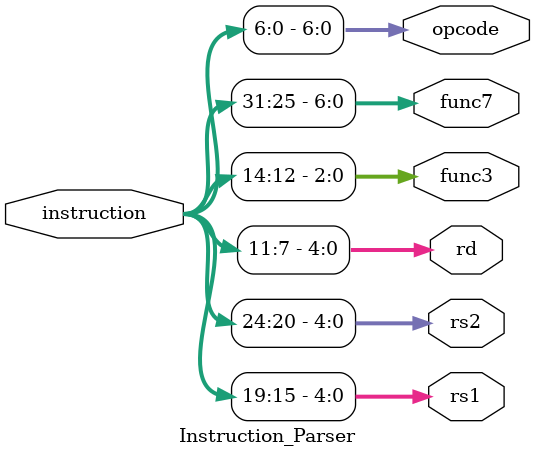
<source format=sv>
`timescale 1ns / 1ps


module Instruction_Parser(
    input [31:0] instruction,
    output [4:0] rs1,
    output [4:0] rs2,
    output [4:0] rd,
    output [2:0] func3,
    output [6:0] func7,
    output [6:0] opcode
    );
    assign rs1 = instruction[19:15];
    assign rs2 = instruction[24:20];
    assign rd = instruction[11:7];
    assign func3 = instruction[14:12];
    assign func7 = instruction[31:25];
    assign opcode = instruction[6:0];
endmodule

</source>
